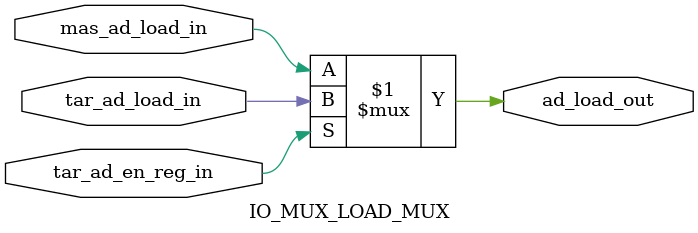
<source format=v>


module IO_MUX_LOAD_MUX
(
    tar_ad_en_reg_in,
    mas_ad_load_in,
    tar_ad_load_in,
    ad_load_out
);

input           tar_ad_en_reg_in ;
input           mas_ad_load_in ;
input           tar_ad_load_in ;
output          ad_load_out ;

assign ad_load_out = tar_ad_en_reg_in ? tar_ad_load_in : mas_ad_load_in ;

endmodule
</source>
